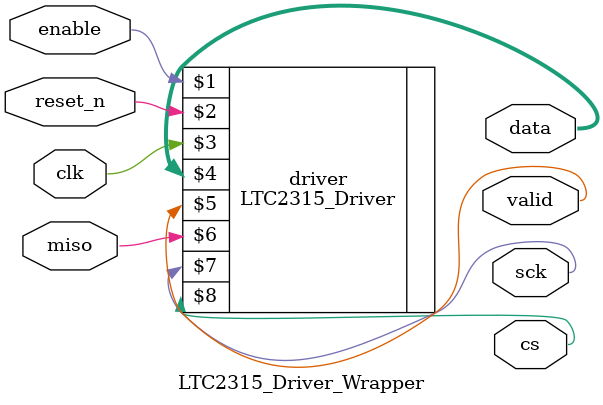
<source format=v>


module LTC2315_Driver_Wrapper
   (input wire enable, reset_n, clk,
    output wire [11:0] data,
    output wire valid,
    input  wire miso,
    output wire sck, cs);

    LTC2315_Driver driver(enable, reset_n, clk, data, valid, miso, sck, cs);

endmodule
</source>
